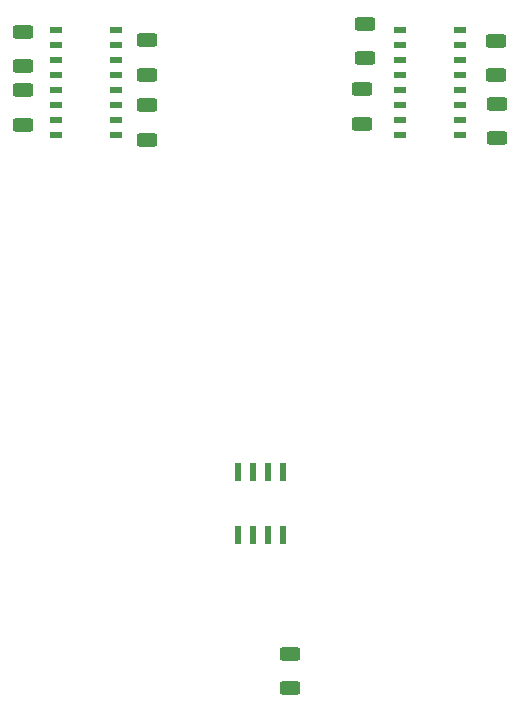
<source format=gtp>
G04 #@! TF.GenerationSoftware,KiCad,Pcbnew,8.0.0*
G04 #@! TF.CreationDate,2024-12-09T13:49:38-06:00*
G04 #@! TF.ProjectId,LightControlBoard,4c696768-7443-46f6-9e74-726f6c426f61,rev?*
G04 #@! TF.SameCoordinates,Original*
G04 #@! TF.FileFunction,Paste,Top*
G04 #@! TF.FilePolarity,Positive*
%FSLAX46Y46*%
G04 Gerber Fmt 4.6, Leading zero omitted, Abs format (unit mm)*
G04 Created by KiCad (PCBNEW 8.0.0) date 2024-12-09 13:49:38*
%MOMM*%
%LPD*%
G01*
G04 APERTURE LIST*
G04 Aperture macros list*
%AMRoundRect*
0 Rectangle with rounded corners*
0 $1 Rounding radius*
0 $2 $3 $4 $5 $6 $7 $8 $9 X,Y pos of 4 corners*
0 Add a 4 corners polygon primitive as box body*
4,1,4,$2,$3,$4,$5,$6,$7,$8,$9,$2,$3,0*
0 Add four circle primitives for the rounded corners*
1,1,$1+$1,$2,$3*
1,1,$1+$1,$4,$5*
1,1,$1+$1,$6,$7*
1,1,$1+$1,$8,$9*
0 Add four rect primitives between the rounded corners*
20,1,$1+$1,$2,$3,$4,$5,0*
20,1,$1+$1,$4,$5,$6,$7,0*
20,1,$1+$1,$6,$7,$8,$9,0*
20,1,$1+$1,$8,$9,$2,$3,0*%
G04 Aperture macros list end*
%ADD10RoundRect,0.250000X-0.625000X0.312500X-0.625000X-0.312500X0.625000X-0.312500X0.625000X0.312500X0*%
%ADD11RoundRect,0.250000X0.625000X-0.312500X0.625000X0.312500X-0.625000X0.312500X-0.625000X-0.312500X0*%
%ADD12R,0.609600X1.549400*%
%ADD13R,1.104900X0.508000*%
G04 APERTURE END LIST*
D10*
X144780000Y-61710000D03*
X144780000Y-64635000D03*
X116090000Y-56855000D03*
X116090000Y-59780000D03*
X116060000Y-61810000D03*
X116060000Y-64735000D03*
X126570000Y-63070000D03*
X126570000Y-65995000D03*
D11*
X138655000Y-112460000D03*
X138655000Y-109535000D03*
D12*
X138060000Y-99505000D03*
X136790000Y-99505000D03*
X135520000Y-99505000D03*
X134250000Y-99505000D03*
X134250000Y-94105000D03*
X135520000Y-94105000D03*
X136790000Y-94105000D03*
X138060000Y-94105000D03*
D13*
X153110000Y-65574262D03*
X153110000Y-64304262D03*
X153110000Y-63034262D03*
X153110000Y-61764262D03*
X153110000Y-60494262D03*
X153110000Y-59224262D03*
X153110000Y-57954262D03*
X153110000Y-56684262D03*
X148030000Y-56684262D03*
X148030000Y-57954262D03*
X148030000Y-59224262D03*
X148030000Y-60494262D03*
X148030000Y-61764262D03*
X148030000Y-63034262D03*
X148030000Y-64304262D03*
X148030000Y-65574262D03*
D10*
X156170000Y-57605000D03*
X156170000Y-60530000D03*
X126570000Y-57565000D03*
X126570000Y-60490000D03*
X145010000Y-56185000D03*
X145010000Y-59110000D03*
X156190000Y-62940000D03*
X156190000Y-65865000D03*
D13*
X123920000Y-65574262D03*
X123920000Y-64304262D03*
X123920000Y-63034262D03*
X123920000Y-61764262D03*
X123920000Y-60494262D03*
X123920000Y-59224262D03*
X123920000Y-57954262D03*
X123920000Y-56684262D03*
X118840000Y-56684262D03*
X118840000Y-57954262D03*
X118840000Y-59224262D03*
X118840000Y-60494262D03*
X118840000Y-61764262D03*
X118840000Y-63034262D03*
X118840000Y-64304262D03*
X118840000Y-65574262D03*
M02*

</source>
